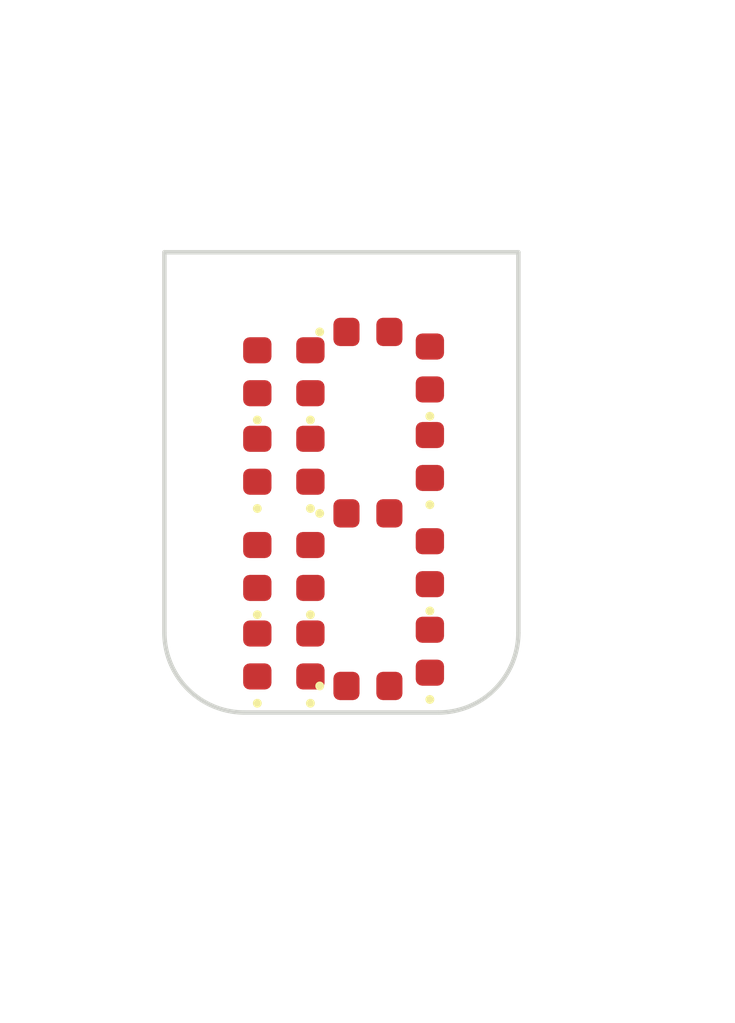
<source format=kicad_pcb>
(kicad_pcb (version 20221018) (generator pcbnew)
  (layers (0 "F.Cu" signal) (31 "B.Cu" signal) (34 "B.Paste" user) (35 "F.Paste" user) (36 "B.SilkS" user "B.Silkscreen") (37 "F.SilkS" user "F.Silkscreen") (38 "B.Mask" user) (39 "F.Mask" user) (44 "Edge.Cuts" user))
  (net 0 "")
  (footprint "LED_SMD:LED_0402_1005Metric" (layer "F.Cu") (at 140 129.015 90)
    (fp_text reference "REF**" hide)
    (fp_text value "LED_0402_1005Metric")
    (fp_circle (center -1.09 0) (end -1.04 0) (stroke (width 0.1)) (fill none) (layer "F.SilkS"))
    (pad "1" smd roundrect (at -0.485 0 90) (size 0.59 0.64) (layers "F.Cu" "F.Paste" "F.Mask"))
    (pad "2" smd roundrect (at 0.485 0 90) (size 0.59 0.64) (layers "F.Cu" "F.Paste" "F.Mask"))
  )
  (footprint "LED_SMD:LED_0402_1005Metric" (layer "F.Cu") (at 140 124.615 90)
    (fp_text reference "REF**" hide)
    (fp_text value "LED_0402_1005Metric")
    (fp_circle (center -1.09 0) (end -1.04 0) (stroke (width 0.1)) (fill none) (layer "F.SilkS"))
    (pad "1" smd roundrect (at -0.485 0 90) (size 0.59 0.64) (layers "F.Cu" "F.Paste" "F.Mask"))
    (pad "2" smd roundrect (at 0.485 0 90) (size 0.59 0.64) (layers "F.Cu" "F.Paste" "F.Mask"))
  )
  (footprint "LED_SMD:LED_0402_1005Metric" (layer "F.Cu") (at 136.1 129.1 90)
    (fp_text reference "REF**" hide)
    (fp_text value "LED_0402_1005Metric")
    (fp_circle (center -1.09 0) (end -1.04 0) (stroke (width 0.1)) (fill none) (layer "F.SilkS"))
    (pad "1" smd roundrect (at -0.485 0 90) (size 0.59 0.64) (layers "F.Cu" "F.Paste" "F.Mask"))
    (pad "2" smd roundrect (at 0.485 0 90) (size 0.59 0.64) (layers "F.Cu" "F.Paste" "F.Mask"))
  )
  (footprint "LED_SMD:LED_0402_1005Metric" (layer "F.Cu") (at 136.1 124.7 90)
    (fp_text reference "REF**" hide)
    (fp_text value "LED_0402_1005Metric")
    (fp_circle (center -1.09 0) (end -1.04 0) (stroke (width 0.1)) (fill none) (layer "F.SilkS"))
    (pad "1" smd roundrect (at -0.485 0 90) (size 0.59 0.64) (layers "F.Cu" "F.Paste" "F.Mask"))
    (pad "2" smd roundrect (at 0.485 0 90) (size 0.59 0.64) (layers "F.Cu" "F.Paste" "F.Mask"))
  )
  (footprint "LED_SMD:LED_0402_1005Metric" (layer "F.Cu") (at 137.3 129.1 90)
    (fp_text reference "REF**" hide)
    (fp_text value "LED_0402_1005Metric")
    (fp_circle (center -1.09 0) (end -1.04 0) (stroke (width 0.1)) (fill none) (layer "F.SilkS"))
    (pad "1" smd roundrect (at -0.485 0 90) (size 0.59 0.64) (layers "F.Cu" "F.Paste" "F.Mask"))
    (pad "2" smd roundrect (at 0.485 0 90) (size 0.59 0.64) (layers "F.Cu" "F.Paste" "F.Mask"))
  )
  (footprint "LED_SMD:LED_0402_1005Metric" (layer "F.Cu") (at 138.6 123.8)
    (fp_text reference "REF**" hide)
    (fp_text value "LED_0402_1005Metric")
    (fp_circle (center -1.09 0) (end -1.04 0) (stroke (width 0.1)) (fill none) (layer "F.SilkS"))
    (pad "1" smd roundrect (at -0.485 0) (size 0.59 0.64) (layers "F.Cu" "F.Paste" "F.Mask"))
    (pad "2" smd roundrect (at 0.485 0) (size 0.59 0.64) (layers "F.Cu" "F.Paste" "F.Mask"))
  )
  (footprint "LED_SMD:LED_0402_1005Metric" (layer "F.Cu") (at 137.3 124.7 90)
    (fp_text reference "REF**" hide)
    (fp_text value "LED_0402_1005Metric")
    (fp_circle (center -1.09 0) (end -1.04 0) (stroke (width 0.1)) (fill none) (layer "F.SilkS"))
    (pad "1" smd roundrect (at -0.485 0 90) (size 0.59 0.64) (layers "F.Cu" "F.Paste" "F.Mask"))
    (pad "2" smd roundrect (at 0.485 0 90) (size 0.59 0.64) (layers "F.Cu" "F.Paste" "F.Mask"))
  )
  (footprint "LED_SMD:LED_0402_1005Metric" (layer "F.Cu") (at 140 126.615 90)
    (fp_text reference "REF**" hide)
    (fp_text value "LED_0402_1005Metric")
    (fp_circle (center -1.09 0) (end -1.04 0) (stroke (width 0.1)) (fill none) (layer "F.SilkS"))
    (pad "1" smd roundrect (at -0.485 0 90) (size 0.59 0.64) (layers "F.Cu" "F.Paste" "F.Mask"))
    (pad "2" smd roundrect (at 0.485 0 90) (size 0.59 0.64) (layers "F.Cu" "F.Paste" "F.Mask"))
  )
  (footprint "LED_SMD:LED_0402_1005Metric" (layer "F.Cu") (at 137.3 126.7 90)
    (fp_text reference "REF**" hide)
    (fp_text value "LED_0402_1005Metric")
    (fp_circle (center -1.09 0) (end -1.04 0) (stroke (width 0.1)) (fill none) (layer "F.SilkS"))
    (pad "1" smd roundrect (at -0.485 0 90) (size 0.59 0.64) (layers "F.Cu" "F.Paste" "F.Mask"))
    (pad "2" smd roundrect (at 0.485 0 90) (size 0.59 0.64) (layers "F.Cu" "F.Paste" "F.Mask"))
  )
  (footprint "LED_SMD:LED_0402_1005Metric" (layer "F.Cu") (at 140 131.015 90)
    (fp_text reference "REF**" hide)
    (fp_text value "LED_0402_1005Metric")
    (fp_circle (center -1.09 0) (end -1.04 0) (stroke (width 0.1)) (fill none) (layer "F.SilkS"))
    (pad "1" smd roundrect (at -0.485 0 90) (size 0.59 0.64) (layers "F.Cu" "F.Paste" "F.Mask"))
    (pad "2" smd roundrect (at 0.485 0 90) (size 0.59 0.64) (layers "F.Cu" "F.Paste" "F.Mask"))
  )
  (footprint "LED_SMD:LED_0402_1005Metric" (layer "F.Cu") (at 136.1 131.1 90)
    (fp_text reference "REF**" hide)
    (fp_text value "LED_0402_1005Metric")
    (fp_circle (center -1.09 0) (end -1.04 0) (stroke (width 0.1)) (fill none) (layer "F.SilkS"))
    (pad "1" smd roundrect (at -0.485 0 90) (size 0.59 0.64) (layers "F.Cu" "F.Paste" "F.Mask"))
    (pad "2" smd roundrect (at 0.485 0 90) (size 0.59 0.64) (layers "F.Cu" "F.Paste" "F.Mask"))
  )
  (footprint "LED_SMD:LED_0402_1005Metric" (layer "F.Cu") (at 138.6 127.9)
    (fp_text reference "REF**" hide)
    (fp_text value "LED_0402_1005Metric")
    (fp_circle (center -1.09 0) (end -1.04 0) (stroke (width 0.1)) (fill none) (layer "F.SilkS"))
    (pad "1" smd roundrect (at -0.485 0) (size 0.59 0.64) (layers "F.Cu" "F.Paste" "F.Mask"))
    (pad "2" smd roundrect (at 0.485 0) (size 0.59 0.64) (layers "F.Cu" "F.Paste" "F.Mask"))
  )
  (footprint "LED_SMD:LED_0402_1005Metric" (layer "F.Cu") (at 137.3 131.1 90)
    (fp_text reference "REF**" hide)
    (fp_text value "LED_0402_1005Metric")
    (fp_circle (center -1.09 0) (end -1.04 0) (stroke (width 0.1)) (fill none) (layer "F.SilkS"))
    (pad "1" smd roundrect (at -0.485 0 90) (size 0.59 0.64) (layers "F.Cu" "F.Paste" "F.Mask"))
    (pad "2" smd roundrect (at 0.485 0 90) (size 0.59 0.64) (layers "F.Cu" "F.Paste" "F.Mask"))
  )
  (footprint "LED_SMD:LED_0402_1005Metric" (layer "F.Cu") (at 136.1 126.7 90)
    (fp_text reference "REF**" hide)
    (fp_text value "LED_0402_1005Metric")
    (fp_circle (center -1.09 0) (end -1.04 0) (stroke (width 0.1)) (fill none) (layer "F.SilkS"))
    (pad "1" smd roundrect (at -0.485 0 90) (size 0.59 0.64) (layers "F.Cu" "F.Paste" "F.Mask"))
    (pad "2" smd roundrect (at 0.485 0 90) (size 0.59 0.64) (layers "F.Cu" "F.Paste" "F.Mask"))
  )
  (footprint "LED_SMD:LED_0402_1005Metric" (layer "F.Cu") (at 138.6 131.8)
    (fp_text reference "REF**" hide)
    (fp_text value "LED_0402_1005Metric")
    (fp_circle (center -1.09 0) (end -1.04 0) (stroke (width 0.1)) (fill none) (layer "F.SilkS"))
    (pad "1" smd roundrect (at -0.485 0) (size 0.59 0.64) (layers "F.Cu" "F.Paste" "F.Mask"))
    (pad "2" smd roundrect (at 0.485 0) (size 0.59 0.64) (layers "F.Cu" "F.Paste" "F.Mask"))
  )
  (gr_line (start 142 122) (end 142 130.6) (stroke (width 0.1)) (layer "Edge.Cuts"))
  (gr_line (start 133.999988 130.592895) (end 134 122) (stroke (width 0.1)) (layer "Edge.Cuts"))
  (gr_arc (start 135.8 132.4) (mid 134.526771 131.868206) (end 133.999988 130.592895) (stroke (width 0.1)) (layer "Edge.Cuts"))
  (gr_arc (start 142 130.6) (mid 141.468206 131.873229) (end 140.192895 132.400012) (stroke (width 0.1)) (layer "Edge.Cuts"))
  (gr_line (start 134 122) (end 142 122) (stroke (width 0.1)) (layer "Edge.Cuts"))
  (gr_line (start 140.192895 132.400012) (end 135.8 132.4) (stroke (width 0.1)) (layer "Edge.Cuts"))
)
</source>
